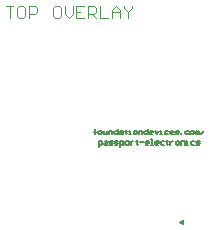
<source format=gto>
G04*
G04 #@! TF.GenerationSoftware,Altium Limited,Altium Designer,20.2.6 (244)*
G04*
G04 Layer_Color=65535*
%FSLAX25Y25*%
%MOIN*%
G70*
G04*
G04 #@! TF.SameCoordinates,A1248B6C-439F-447A-ADC8-1C90144166A7*
G04*
G04*
G04 #@! TF.FilePolarity,Positive*
G04*
G01*
G75*
%ADD10C,0.00394*%
%ADD11C,0.00591*%
G36*
X827948Y423432D02*
Y424787D01*
X826423Y424110D01*
X827948Y423432D01*
D02*
G37*
D10*
Y424787D01*
X826423Y424110D02*
X827948Y424787D01*
X826423Y424110D02*
X827948Y423432D01*
X768715Y496069D02*
X771339D01*
X770027D01*
Y492134D01*
X774619Y496069D02*
X773307D01*
X772651Y495413D01*
Y492790D01*
X773307Y492134D01*
X774619D01*
X775275Y492790D01*
Y495413D01*
X774619Y496069D01*
X776586Y492134D02*
Y496069D01*
X778554D01*
X779210Y495413D01*
Y494102D01*
X778554Y493446D01*
X776586D01*
X786426Y496069D02*
X785114D01*
X784458Y495413D01*
Y492790D01*
X785114Y492134D01*
X786426D01*
X787082Y492790D01*
Y495413D01*
X786426Y496069D01*
X788394D02*
Y493446D01*
X789706Y492134D01*
X791017Y493446D01*
Y496069D01*
X794953D02*
X792329D01*
Y492134D01*
X794953D01*
X792329Y494102D02*
X793641D01*
X796265Y492134D02*
Y496069D01*
X798233D01*
X798889Y495413D01*
Y494102D01*
X798233Y493446D01*
X796265D01*
X797577D02*
X798889Y492134D01*
X800201Y496069D02*
Y492134D01*
X802825D01*
X804137D02*
Y494758D01*
X805449Y496069D01*
X806761Y494758D01*
Y492134D01*
Y494102D01*
X804137D01*
X808072Y496069D02*
Y495413D01*
X809384Y494102D01*
X810696Y495413D01*
Y496069D01*
X809384Y494102D02*
Y492134D01*
D11*
X798396Y453353D02*
Y454829D01*
Y454238D01*
X798101D01*
X798691D01*
X798396D01*
Y454829D01*
X798691Y455124D01*
X799872Y453353D02*
X800462D01*
X800758Y453648D01*
Y454238D01*
X800462Y454533D01*
X799872D01*
X799577Y454238D01*
Y453648D01*
X799872Y453353D01*
X801348Y454533D02*
Y453648D01*
X801643Y453353D01*
X802529D01*
Y454533D01*
X803119Y453353D02*
Y454533D01*
X804004D01*
X804300Y454238D01*
Y453353D01*
X806071Y455124D02*
Y453353D01*
X805185D01*
X804890Y453648D01*
Y454238D01*
X805185Y454533D01*
X806071D01*
X806956D02*
X807547D01*
X807842Y454238D01*
Y453353D01*
X806956D01*
X806661Y453648D01*
X806956Y453943D01*
X807842D01*
X808727Y454829D02*
Y454533D01*
X808432D01*
X809023D01*
X808727D01*
Y453648D01*
X809023Y453353D01*
X809908D02*
X810499D01*
X810203D01*
Y454533D01*
X809908D01*
X811679Y453353D02*
X812269D01*
X812565Y453648D01*
Y454238D01*
X812269Y454533D01*
X811679D01*
X811384Y454238D01*
Y453648D01*
X811679Y453353D01*
X813155D02*
Y454533D01*
X814041D01*
X814336Y454238D01*
Y453353D01*
X816107Y455124D02*
Y453353D01*
X815221D01*
X814926Y453648D01*
Y454238D01*
X815221Y454533D01*
X816107D01*
X817583Y453353D02*
X816992D01*
X816697Y453648D01*
Y454238D01*
X816992Y454533D01*
X817583D01*
X817878Y454238D01*
Y453943D01*
X816697D01*
X818468Y454533D02*
X819059Y453353D01*
X819649Y454533D01*
X820239Y453353D02*
X820830D01*
X820535D01*
Y454533D01*
X820239D01*
X822896D02*
X822011D01*
X821715Y454238D01*
Y453648D01*
X822011Y453353D01*
X822896D01*
X824372D02*
X823782D01*
X823486Y453648D01*
Y454238D01*
X823782Y454533D01*
X824372D01*
X824667Y454238D01*
Y453943D01*
X823486D01*
X825257Y453353D02*
X826143D01*
X826438Y453648D01*
X826143Y453943D01*
X825553D01*
X825257Y454238D01*
X825553Y454533D01*
X826438D01*
X827028Y453353D02*
Y453648D01*
X827324D01*
Y453353D01*
X827028D01*
X829685Y454533D02*
X828800D01*
X828504Y454238D01*
Y453648D01*
X828800Y453353D01*
X829685D01*
X830571D02*
X831161D01*
X831456Y453648D01*
Y454238D01*
X831161Y454533D01*
X830571D01*
X830276Y454238D01*
Y453648D01*
X830571Y453353D01*
X832047D02*
Y454533D01*
X832342D01*
X832637Y454238D01*
Y453353D01*
Y454238D01*
X832932Y454533D01*
X833227Y454238D01*
Y453353D01*
X833818D02*
X834998Y454533D01*
X799724Y449220D02*
Y450991D01*
X800610D01*
X800905Y450696D01*
Y450105D01*
X800610Y449810D01*
X799724D01*
X801791Y450991D02*
X802381D01*
X802676Y450696D01*
Y449810D01*
X801791D01*
X801495Y450105D01*
X801791Y450400D01*
X802676D01*
X803267Y449810D02*
X804152D01*
X804447Y450105D01*
X804152Y450400D01*
X803562D01*
X803267Y450696D01*
X803562Y450991D01*
X804447D01*
X805038Y449810D02*
X805923D01*
X806218Y450105D01*
X805923Y450400D01*
X805333D01*
X805038Y450696D01*
X805333Y450991D01*
X806218D01*
X806809Y449220D02*
Y450991D01*
X807694D01*
X807989Y450696D01*
Y450105D01*
X807694Y449810D01*
X806809D01*
X808875D02*
X809465D01*
X809760Y450105D01*
Y450696D01*
X809465Y450991D01*
X808875D01*
X808580Y450696D01*
Y450105D01*
X808875Y449810D01*
X810351Y450991D02*
Y449810D01*
Y450400D01*
X810646Y450696D01*
X810941Y450991D01*
X811236D01*
X812417Y451286D02*
Y450991D01*
X812122D01*
X812712D01*
X812417D01*
Y450105D01*
X812712Y449810D01*
X813598Y450696D02*
X814779D01*
X816255Y449810D02*
X815664D01*
X815369Y450105D01*
Y450696D01*
X815664Y450991D01*
X816255D01*
X816550Y450696D01*
Y450400D01*
X815369D01*
X817140Y449810D02*
X817730D01*
X817435D01*
Y451581D01*
X817140D01*
X819501Y449810D02*
X818911D01*
X818616Y450105D01*
Y450696D01*
X818911Y450991D01*
X819501D01*
X819797Y450696D01*
Y450400D01*
X818616D01*
X821568Y450991D02*
X820682D01*
X820387Y450696D01*
Y450105D01*
X820682Y449810D01*
X821568D01*
X822453Y451286D02*
Y450991D01*
X822158D01*
X822748D01*
X822453D01*
Y450105D01*
X822748Y449810D01*
X823634Y450991D02*
Y449810D01*
Y450400D01*
X823929Y450696D01*
X824224Y450991D01*
X824520D01*
X825700Y449810D02*
X826291D01*
X826586Y450105D01*
Y450696D01*
X826291Y450991D01*
X825700D01*
X825405Y450696D01*
Y450105D01*
X825700Y449810D01*
X827176D02*
Y450991D01*
X828062D01*
X828357Y450696D01*
Y449810D01*
X828947D02*
X829538D01*
X829242D01*
Y450991D01*
X828947D01*
X831604D02*
X830718D01*
X830423Y450696D01*
Y450105D01*
X830718Y449810D01*
X831604D01*
X832194D02*
X833080D01*
X833375Y450105D01*
X833080Y450400D01*
X832489D01*
X832194Y450696D01*
X832489Y450991D01*
X833375D01*
M02*

</source>
